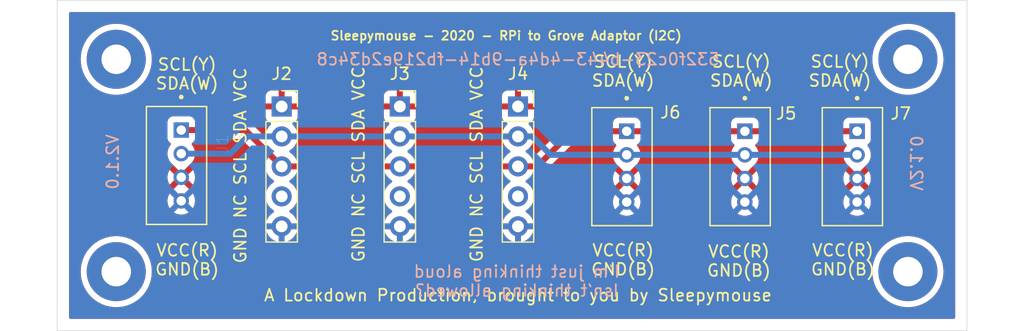
<source format=kicad_pcb>
(kicad_pcb (version 20221018) (generator pcbnew)
  (title_block (title "RPi to Grove") (rev "1.1.0"))
  (layers (0 "F.Cu" signal) (31 "B.Cu" signal) (34 "B.Paste" user) (35 "F.Paste" user) (36 "B.SilkS" user "B.Silkscreen") (37 "F.SilkS" user "F.Silkscreen") (38 "B.Mask" user) (39 "F.Mask" user) (44 "Edge.Cuts" user))
  (net 0 "")
  (net 1 "Net-(J1-Pad2)")
  (net 2 "Net-(J1-Pad1)")
  (net 3 "Net-(J2-Pad4)")
  (net 4 "Net-(J3-Pad4)")
  (net 5 "Net-(J4-Pad4)")
  (net 6 "GND")
  (net 7 "VCC")
  (footprint "custom:GroveConnector" (layer "F.Cu") (at 93.5 105 -90)
    (fp_text reference "J1" (at -1.825 -3.485 90) (layer "F.SilkS") (effects (font (thickness 0.015))))
    (fp_text value "Grove")
    (fp_line (start -5 -2.15) (end 5 -2.15) (stroke (width 0.127)) (layer "F.SilkS"))
    (fp_line (start -5 2.95) (end -5 -2.15) (stroke (width 0.127)) (layer "F.SilkS"))
    (fp_line (start 5 -2.15) (end 5 2.95) (stroke (width 0.127)) (layer "F.SilkS"))
    (fp_line (start 5 2.95) (end -5 2.95) (stroke (width 0.127)) (layer "F.SilkS"))
    (fp_circle (center -5.8 0) (end -5.7 0) (stroke (width 0.2)) (fill none) (layer "F.SilkS"))
    (pad "1" thru_hole rect (at -3 0 270) (size 1.308 1.308) (drill 0.8) (layers "*.Cu" "*.Mask") (net 2 "Net-(J1-Pad1)"))
    (pad "2" thru_hole circle (at -1 0 270) (size 1.308 1.308) (drill 0.8) (layers "*.Cu" "*.Mask") (net 1 "Net-(J1-Pad2)"))
    (pad "3" thru_hole circle (at 1 0 270) (size 1.308 1.308) (drill 0.8) (layers "*.Cu" "*.Mask") (net 7 "VCC"))
    (pad "4" thru_hole circle (at 3 0 270) (size 1.308 1.308) (drill 0.8) (layers "*.Cu" "*.Mask") (net 6 "GND"))
  )
  (footprint "Connector_PinSocket_2.54mm:PinSocket_1x05_P2.54mm_Vertical" (layer "F.Cu") (at 102 100)
    (fp_text reference "J2" (at 0 -2.77) (layer "F.SilkS"))
    (fp_text value "Conn_01x05_Male(RPiHeader)")
    (fp_line (start -1.33 1.27) (end -1.33 11.49) (stroke (width 0.12)) (layer "F.SilkS"))
    (fp_line (start -1.33 1.27) (end 1.33 1.27) (stroke (width 0.12)) (layer "F.SilkS"))
    (fp_line (start -1.33 11.49) (end 1.33 11.49) (stroke (width 0.12)) (layer "F.SilkS"))
    (fp_line (start 0 -1.33) (end 1.33 -1.33) (stroke (width 0.12)) (layer "F.SilkS"))
    (fp_line (start 1.33 -1.33) (end 1.33 0) (stroke (width 0.12)) (layer "F.SilkS"))
    (fp_line (start 1.33 1.27) (end 1.33 11.49) (stroke (width 0.12)) (layer "F.SilkS"))
    (pad "1" thru_hole rect (at 0 0) (size 1.7 1.7) (drill 1) (layers "*.Cu" "*.Mask") (net 7 "VCC"))
    (pad "2" thru_hole oval (at 0 2.54) (size 1.7 1.7) (drill 1) (layers "*.Cu" "*.Mask") (net 1 "Net-(J1-Pad2)"))
    (pad "3" thru_hole oval (at 0 5.08) (size 1.7 1.7) (drill 1) (layers "*.Cu" "*.Mask") (net 2 "Net-(J1-Pad1)"))
    (pad "4" thru_hole oval (at 0 7.62) (size 1.7 1.7) (drill 1) (layers "*.Cu" "*.Mask") (net 3 "Net-(J2-Pad4)"))
    (pad "5" thru_hole oval (at 0 10.16) (size 1.7 1.7) (drill 1) (layers "*.Cu" "*.Mask") (net 6 "GND"))
  )
  (footprint "Connector_PinSocket_2.54mm:PinSocket_1x05_P2.54mm_Vertical" (layer "F.Cu") (at 112 100)
    (fp_text reference "J3" (at 0 -2.77) (layer "F.SilkS"))
    (fp_text value "Conn_01x05_Male(RPiHeader)")
    (fp_line (start -1.33 1.27) (end -1.33 11.49) (stroke (width 0.12)) (layer "F.SilkS"))
    (fp_line (start -1.33 1.27) (end 1.33 1.27) (stroke (width 0.12)) (layer "F.SilkS"))
    (fp_line (start -1.33 11.49) (end 1.33 11.49) (stroke (width 0.12)) (layer "F.SilkS"))
    (fp_line (start 0 -1.33) (end 1.33 -1.33) (stroke (width 0.12)) (layer "F.SilkS"))
    (fp_line (start 1.33 -1.33) (end 1.33 0) (stroke (width 0.12)) (layer "F.SilkS"))
    (fp_line (start 1.33 1.27) (end 1.33 11.49) (stroke (width 0.12)) (layer "F.SilkS"))
    (pad "1" thru_hole rect (at 0 0) (size 1.7 1.7) (drill 1) (layers "*.Cu" "*.Mask") (net 7 "VCC"))
    (pad "2" thru_hole oval (at 0 2.54) (size 1.7 1.7) (drill 1) (layers "*.Cu" "*.Mask") (net 1 "Net-(J1-Pad2)"))
    (pad "3" thru_hole oval (at 0 5.08) (size 1.7 1.7) (drill 1) (layers "*.Cu" "*.Mask") (net 2 "Net-(J1-Pad1)"))
    (pad "4" thru_hole oval (at 0 7.62) (size 1.7 1.7) (drill 1) (layers "*.Cu" "*.Mask") (net 4 "Net-(J3-Pad4)"))
    (pad "5" thru_hole oval (at 0 10.16) (size 1.7 1.7) (drill 1) (layers "*.Cu" "*.Mask") (net 6 "GND"))
  )
  (footprint "Connector_PinSocket_2.54mm:PinSocket_1x05_P2.54mm_Vertical" (layer "F.Cu") (at 122 100)
    (fp_text reference "J4" (at 0 -2.77) (layer "F.SilkS"))
    (fp_text value "Conn_01x05_Male(RPiHeader)")
    (fp_line (start -1.33 1.27) (end -1.33 11.49) (stroke (width 0.12)) (layer "F.SilkS"))
    (fp_line (start -1.33 1.27) (end 1.33 1.27) (stroke (width 0.12)) (layer "F.SilkS"))
    (fp_line (start -1.33 11.49) (end 1.33 11.49) (stroke (width 0.12)) (layer "F.SilkS"))
    (fp_line (start 0 -1.33) (end 1.33 -1.33) (stroke (width 0.12)) (layer "F.SilkS"))
    (fp_line (start 1.33 -1.33) (end 1.33 0) (stroke (width 0.12)) (layer "F.SilkS"))
    (fp_line (start 1.33 1.27) (end 1.33 11.49) (stroke (width 0.12)) (layer "F.SilkS"))
    (pad "1" thru_hole rect (at 0 0) (size 1.7 1.7) (drill 1) (layers "*.Cu" "*.Mask") (net 7 "VCC"))
    (pad "2" thru_hole oval (at 0 2.54) (size 1.7 1.7) (drill 1) (layers "*.Cu" "*.Mask") (net 1 "Net-(J1-Pad2)"))
    (pad "3" thru_hole oval (at 0 5.08) (size 1.7 1.7) (drill 1) (layers "*.Cu" "*.Mask") (net 2 "Net-(J1-Pad1)"))
    (pad "4" thru_hole oval (at 0 7.62) (size 1.7 1.7) (drill 1) (layers "*.Cu" "*.Mask") (net 5 "Net-(J4-Pad4)"))
    (pad "5" thru_hole oval (at 0 10.16) (size 1.7 1.7) (drill 1) (layers "*.Cu" "*.Mask") (net 6 "GND"))
  )
  (footprint "custom:GroveConnector" (layer "F.Cu") (at 150.7 105.1 -90)
    (fp_text reference "J7" (at -4.5 -3.7) (layer "F.SilkS"))
    (fp_text value "Grove")
    (fp_line (start -5 -2.15) (end 5 -2.15) (stroke (width 0.127)) (layer "F.SilkS"))
    (fp_line (start -5 2.95) (end -5 -2.15) (stroke (width 0.127)) (layer "F.SilkS"))
    (fp_line (start 5 -2.15) (end 5 2.95) (stroke (width 0.127)) (layer "F.SilkS"))
    (fp_line (start 5 2.95) (end -5 2.95) (stroke (width 0.127)) (layer "F.SilkS"))
    (fp_circle (center -5.8 0) (end -5.7 0) (stroke (width 0.2)) (fill none) (layer "F.SilkS"))
    (pad "1" thru_hole rect (at -3 0 270) (size 1.308 1.308) (drill 0.8) (layers "*.Cu" "*.Mask") (net 2 "Net-(J1-Pad1)"))
    (pad "2" thru_hole circle (at -1 0 270) (size 1.308 1.308) (drill 0.8) (layers "*.Cu" "*.Mask") (net 1 "Net-(J1-Pad2)"))
    (pad "3" thru_hole circle (at 1 0 270) (size 1.308 1.308) (drill 0.8) (layers "*.Cu" "*.Mask") (net 7 "VCC"))
    (pad "4" thru_hole circle (at 3 0 270) (size 1.308 1.308) (drill 0.8) (layers "*.Cu" "*.Mask") (net 6 "GND"))
  )
  (footprint "MountingHole:MountingHole_2.5mm_Pad" (layer "F.Cu") (at 155 96)
    (fp_text reference "REF**" hide)
    (fp_text value "MountingHole_2.5mm_Pad")
    (pad "" np_thru_hole circle (at 0 0) (size 5 5) (drill 2.5) (layers "*.Cu" "*.Mask"))
  )
  (footprint "MountingHole:MountingHole_2.5mm_Pad" (layer "F.Cu") (at 88 96)
    (fp_text reference "REF**" hide)
    (fp_text value "MountingHole_2.5mm_Pad")
    (pad "" np_thru_hole circle (at 0 0) (size 5 5) (drill 2.5) (layers "*.Cu" "*.Mask"))
  )
  (footprint "MountingHole:MountingHole_2.5mm_Pad" (layer "F.Cu") (at 88 114)
    (fp_text reference "REF**" hide)
    (fp_text value "MountingHole_2.5mm_Pad")
    (pad "" np_thru_hole circle (at 0 0) (size 5 5) (drill 2.5) (layers "*.Cu" "*.Mask"))
  )
  (footprint "MountingHole:MountingHole_2.5mm_Pad" (layer "F.Cu") (at 155 114)
    (fp_text reference "REF**" hide)
    (fp_text value "MountingHole_2.5mm_Pad")
    (pad "" np_thru_hole circle (at 0 0) (size 5 5) (drill 2.5) (layers "*.Cu" "*.Mask"))
  )
  (footprint "custom:GroveConnector" (layer "F.Cu") (at 141.2 105.1 -90)
    (fp_text reference "J5" (at -4.5 -3.5) (layer "F.SilkS"))
    (fp_text value "Grove")
    (fp_line (start -5 -2.15) (end 5 -2.15) (stroke (width 0.127)) (layer "F.SilkS"))
    (fp_line (start -5 2.95) (end -5 -2.15) (stroke (width 0.127)) (layer "F.SilkS"))
    (fp_line (start 5 -2.15) (end 5 2.95) (stroke (width 0.127)) (layer "F.SilkS"))
    (fp_line (start 5 2.95) (end -5 2.95) (stroke (width 0.127)) (layer "F.SilkS"))
    (fp_circle (center -5.8 0) (end -5.7 0) (stroke (width 0.2)) (fill none) (layer "F.SilkS"))
    (pad "1" thru_hole rect (at -3 0 270) (size 1.308 1.308) (drill 0.8) (layers "*.Cu" "*.Mask") (net 2 "Net-(J1-Pad1)"))
    (pad "2" thru_hole circle (at -1 0 270) (size 1.308 1.308) (drill 0.8) (layers "*.Cu" "*.Mask") (net 1 "Net-(J1-Pad2)"))
    (pad "3" thru_hole circle (at 1 0 270) (size 1.308 1.308) (drill 0.8) (layers "*.Cu" "*.Mask") (net 7 "VCC"))
    (pad "4" thru_hole circle (at 3 0 270) (size 1.308 1.308) (drill 0.8) (layers "*.Cu" "*.Mask") (net 6 "GND"))
  )
  (footprint "custom:GroveConnector" (layer "F.Cu") (at 131.2 105.1 -90)
    (fp_text reference "J6" (at -4.6 -3.7 180) (layer "F.SilkS"))
    (fp_text value "Grove")
    (fp_line (start -5 -2.15) (end 5 -2.15) (stroke (width 0.127)) (layer "F.SilkS"))
    (fp_line (start -5 2.95) (end -5 -2.15) (stroke (width 0.127)) (layer "F.SilkS"))
    (fp_line (start 5 -2.15) (end 5 2.95) (stroke (width 0.127)) (layer "F.SilkS"))
    (fp_line (start 5 2.95) (end -5 2.95) (stroke (width 0.127)) (layer "F.SilkS"))
    (fp_circle (center -5.8 0) (end -5.7 0) (stroke (width 0.2)) (fill none) (layer "F.SilkS"))
    (pad "1" thru_hole rect (at -3 0 270) (size 1.308 1.308) (drill 0.8) (layers "*.Cu" "*.Mask") (net 2 "Net-(J1-Pad1)"))
    (pad "2" thru_hole circle (at -1 0 270) (size 1.308 1.308) (drill 0.8) (layers "*.Cu" "*.Mask") (net 1 "Net-(J1-Pad2)"))
    (pad "3" thru_hole circle (at 1 0 270) (size 1.308 1.308) (drill 0.8) (layers "*.Cu" "*.Mask") (net 7 "VCC"))
    (pad "4" thru_hole circle (at 3 0 270) (size 1.308 1.308) (drill 0.8) (layers "*.Cu" "*.Mask") (net 6 "GND"))
  )
  (gr_line (start 83 91) (end 160 91) (stroke (width 0.05)) (layer "Edge.Cuts"))
  (gr_line (start 160 119) (end 83 119) (stroke (width 0.05)) (layer "Edge.Cuts"))
  (gr_line (start 83 91) (end 83 119) (stroke (width 0.05)) (layer "Edge.Cuts"))
  (gr_line (start 160 91) (end 160 119) (stroke (width 0.05)) (layer "Edge.Cuts"))
  (gr_text "V2.1.0" (at 155.7 104.8 270) (layer "B.SilkS") (effects (font (size 1 1)) (justify mirror)))
  (gr_text "I'm just thinking aloud\nIsn't thinking allowed?" (at 121.9 114.8) (layer "B.SilkS") (effects (font (size 1 1)) (justify mirror)))
  (gr_text "532f0c23-b443-4d4a-9b14-fb219e2d34c8" (at 122 96) (layer "B.SilkS") (effects (font (size 1 1)) (justify mirror)))
  (gr_text "V2.1.0" (at 87.7 104.7 90) (layer "B.SilkS") (effects (font (size 1 1)) (justify mirror)))
  (gr_text "SCL(Y)\nSDA(W)" (at 149.25 97) (layer "F.SilkS") (effects (font (size 1 1))))
  (gr_text "VCC(R)\nGND(B)" (at 149.5 113) (layer "F.SilkS") (effects (font (size 1 1))))
  (gr_text "SCL(Y)\nSDA(W)" (at 140.9 97) (layer "F.SilkS") (effects (font (size 1 1))))
  (gr_text "SCL(Y)\nSDA(W)" (at 130.9 97) (layer "F.SilkS") (effects (font (size 1 1))))
  (gr_text "VCC(R)\nGND(B)" (at 130.9 113) (layer "F.SilkS") (effects (font (size 1 1))))
  (gr_text "VCC(R)\nGND(B)" (at 140.7 113.1) (layer "F.SilkS") (effects (font (size 1 1))))
  (gr_text "GND NC SCL SDA VCC" (at 108.5 104.9 90) (layer "F.SilkS") (effects (font (size 1 1))))
  (gr_text "GND NC SCL SDA VCC" (at 118.5 104.9 90) (layer "F.SilkS") (effects (font (size 1 1))))
  (gr_text "Sleepymouse - 2020 - RPi to Grove Adaptor (I2C)" (at 121 94) (layer "F.SilkS") (effects (font (size 0.75 0.75))))
  (gr_text "GND NC SCL SDA VCC" (at 98.5 105 90) (layer "F.SilkS") (effects (font (size 1 1))))
  (gr_text "A Lockdown Production, brought to you by Sleepymouse" (at 122 116) (layer "F.SilkS") (effects (font (size 1 1))))
  (gr_text "VCC(R)\nGND(B)" (at 94 113) (layer "F.SilkS") (effects (font (size 1 1))))
  (gr_text "SCL(Y)\nSDA(W)" (at 94 97.25) (layer "F.SilkS") (effects (font (size 1 1))))
  (segment (start 131.2 104.1) (end 132.124895 104.1) (width 0.508) (layer "B.Cu") (net 1))
  (segment (start 124.762081 104.1) (end 130.275105 104.1) (width 0.508) (layer "B.Cu") (net 1))
  (segment (start 123.202081 102.54) (end 124.762081 104.1) (width 0.508) (layer "B.Cu") (net 1))
  (segment (start 132.124895 104.1) (end 150.7 104.1) (width 0.508) (layer "B.Cu") (net 1))
  (segment (start 130.275105 104.1) (end 131.2 104.1) (width 0.508) (layer "B.Cu") (net 1))
  (segment (start 99.1106 102.54) (end 102 102.54) (width 0.508) (layer "B.Cu") (net 1))
  (segment (start 93.5 104) (end 97.6506 104) (width 0.508) (layer "B.Cu") (net 1))
  (segment (start 122 102.54) (end 123.202081 102.54) (width 0.508) (layer "B.Cu") (net 1))
  (segment (start 97.6506 104) (end 99.1106 102.54) (width 0.508) (layer "B.Cu") (net 1))
  (segment (start 102 102.54) (end 122 102.54) (width 0.508) (layer "B.Cu") (net 1))
  (segment (start 123.62 105.08) (end 126.6 102.1) (width 0.508) (layer "F.Cu") (net 2))
  (segment (start 122 105.08) (end 123.62 105.08) (width 0.508) (layer "F.Cu") (net 2))
  (segment (start 98.92 102) (end 102 105.08) (width 0.508) (layer "F.Cu") (net 2))
  (segment (start 102 105.08) (end 112 105.08) (width 0.508) (layer "F.Cu") (net 2))
  (segment (start 112 105.08) (end 113.202081 105.08) (width 0.508) (layer "F.Cu") (net 2))
  (segment (start 131.2 102.1) (end 132.362 102.1) (width 0.508) (layer "F.Cu") (net 2))
  (segment (start 113.202081 105.08) (end 122 105.08) (width 0.508) (layer "F.Cu") (net 2))
  (segment (start 132.362 102.1) (end 150.7 102.1) (width 0.508) (layer "F.Cu") (net 2))
  (segment (start 93.5 102) (end 98.92 102) (width 0.508) (layer "F.Cu") (net 2))
  (segment (start 126.6 102.1) (end 131.2 102.1) (width 0.508) (layer "F.Cu") (net 2))
  (zone (net 7) (net_name "VCC") (layer "F.Cu") (connect_pads (clearance 0.508)) (min_thickness 0.254) (fill yes (thermal_gap 0.508) (thermal_bridge_width 0.508))
    (polygon (pts (xy 159 118) (xy 84 118) (xy 84 92) (xy 159 92)))
  )
  (zone (net 6) (net_name "GND") (layer "B.Cu") (connect_pads (clearance 0.508)) (min_thickness 0.254) (fill yes (thermal_gap 0.508) (thermal_bridge_width 0.508))
    (polygon (pts (xy 159 118) (xy 84 118) (xy 84 92) (xy 159 92)))
  )
)
</source>
